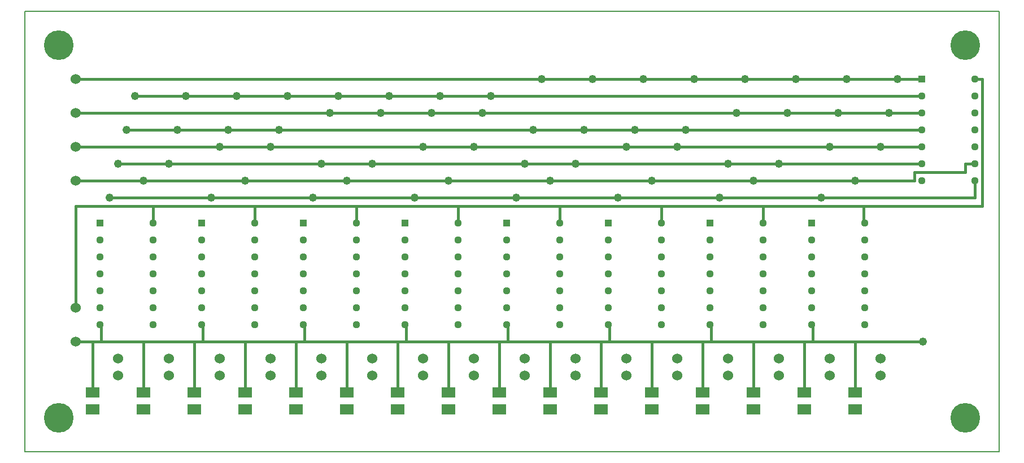
<source format=gbr>
G04 DesignSpark PCB Gerber Version 9.0 Build 5115 *
G04 #@! TF.Part,Single*
G04 #@! TF.FileFunction,Copper,L1,Top *
G04 #@! TF.FilePolarity,Positive *
%FSLAX35Y35*%
%MOIN*%
G04 #@! TA.AperFunction,ComponentPad*
%ADD18R,0.04449X0.04449*%
G04 #@! TD.AperFunction*
%ADD12C,0.00500*%
%ADD14C,0.01500*%
G04 #@! TA.AperFunction,ComponentPad*
%ADD19C,0.04449*%
G04 #@! TA.AperFunction,ViaPad*
%ADD15C,0.04800*%
G04 #@! TA.AperFunction,WasherPad*
%ADD16C,0.06000*%
%ADD17C,0.17500*%
G04 #@! TA.AperFunction,ComponentPad*
%ADD70R,0.08000X0.06000*%
X0Y0D02*
D02*
D12*
X250Y250D02*
X575250D01*
Y260250*
X250*
Y250*
D02*
D14*
X30250Y160250D02*
X70250D01*
X30250Y180250D02*
X115250D01*
X30250Y200250D02*
X180250D01*
X30250Y220250D02*
X305250D01*
X40250Y65250D02*
Y35250D01*
X45250Y65250D02*
Y74620D01*
X44620Y75250*
X45250Y65250D02*
X30250D01*
X50250Y150250D02*
X110250D01*
X55250Y170250D02*
X85250D01*
X60250Y190250D02*
X90250D01*
X70250Y35250D02*
Y65250D01*
X45250*
X70250Y160250D02*
X130250D01*
X75880Y135250D02*
Y145250D01*
X30250*
Y85250*
X75880Y145250D02*
X135880D01*
X85250Y170250D02*
X175250D01*
X90250Y190250D02*
X120250D01*
X95250Y210250D02*
X65250D01*
X100250Y65250D02*
Y35250D01*
Y65250D02*
X70250D01*
X105250D02*
Y74620D01*
X104620Y75250*
X105250Y65250D02*
X100250D01*
X110250Y150250D02*
X170250D01*
X115250Y180250D02*
X145250D01*
X120250Y190250D02*
X150250D01*
X125250Y210250D02*
X95250D01*
X130250Y65250D02*
Y35250D01*
Y65250D02*
X105250D01*
X130250Y160250D02*
X190250D01*
X135880Y135250D02*
Y145250D01*
X195880*
X145250Y180250D02*
X235250D01*
X150250Y190250D02*
X300250D01*
X155250Y210250D02*
X125250D01*
X160250Y65250D02*
Y35250D01*
Y65250D02*
X130250D01*
X165250D02*
Y74620D01*
X164620Y75250*
X165250Y65250D02*
X160250D01*
X170250Y150250D02*
X230250D01*
X175250Y170250D02*
X205250D01*
X180250Y200250D02*
X210250D01*
X185250Y210250D02*
X155250D01*
X190250Y65250D02*
Y35250D01*
Y65250D02*
X165250D01*
X190250Y160250D02*
X250250D01*
X195880Y135250D02*
Y145250D01*
X255880*
X205250Y170250D02*
X295250D01*
X210250Y200250D02*
X240250D01*
X215250Y210250D02*
X185250D01*
X220250Y65250D02*
Y35250D01*
Y65250D02*
X190250D01*
X225250D02*
Y74620D01*
X224620Y75250*
X225250Y65250D02*
X220250D01*
X230250Y150250D02*
X290250D01*
X235250Y180250D02*
X265250D01*
X240250Y200250D02*
X270250D01*
X245250Y210250D02*
X215250D01*
X250250Y65250D02*
Y35250D01*
Y65250D02*
X225250D01*
X250250Y160250D02*
X310250D01*
X255880Y135250D02*
Y145250D01*
X315880*
X265250Y180250D02*
X355250D01*
X270250Y200250D02*
X420250D01*
X275250Y210250D02*
X245250D01*
X280250Y65250D02*
Y35250D01*
Y65250D02*
X250250D01*
X285250D02*
Y74620D01*
X284620Y75250*
X285250Y65250D02*
X280250D01*
X290250Y150250D02*
X350250D01*
X295250Y170250D02*
X325250D01*
X300250Y190250D02*
X330250D01*
X310250Y65250D02*
Y35250D01*
Y65250D02*
X285250D01*
X310250Y160250D02*
X370250D01*
X315880Y135250D02*
Y145250D01*
X375880*
X325250Y170250D02*
X415250D01*
X330250Y190250D02*
X360250D01*
X335250Y220250D02*
X305250D01*
X340250Y65250D02*
Y35250D01*
Y65250D02*
X310250D01*
X345250D02*
Y74620D01*
X344620Y75250*
X345250Y65250D02*
X340250D01*
X350250Y150250D02*
X410250D01*
X355250Y180250D02*
X385250D01*
X360250Y190250D02*
X390250D01*
X365250Y220250D02*
X335250D01*
X365250D02*
X395250D01*
X370250Y65250D02*
Y35250D01*
Y65250D02*
X345250D01*
X370250Y160250D02*
X430250D01*
X375880Y135250D02*
Y145250D01*
X435880*
X385250Y180250D02*
X475250D01*
X390250Y190250D02*
X529620D01*
X395250Y220250D02*
X425250D01*
X400250Y65250D02*
Y35250D01*
Y65250D02*
X370250D01*
X405250D02*
Y74620D01*
X404620Y75250*
X405250Y65250D02*
X400250D01*
X410250Y150250D02*
X470250D01*
X415250Y170250D02*
X445250D01*
X420250Y200250D02*
X450250D01*
X430250Y65250D02*
Y35250D01*
Y65250D02*
X405250D01*
X430250Y160250D02*
X490250D01*
X435880Y135250D02*
Y145250D01*
X495250*
X445250Y170250D02*
X529620D01*
X450250Y200250D02*
X480250D01*
X455250Y220250D02*
X425250D01*
X460250Y65250D02*
Y35250D01*
Y65250D02*
X430250D01*
X464620Y75250D02*
X465250Y74620D01*
Y65250*
X490250*
X465250D02*
X460250D01*
X470250Y150250D02*
X560880D01*
Y160250*
X475250Y180250D02*
X505250D01*
X480250Y200250D02*
X510250D01*
X485250Y220250D02*
X455250D01*
X490250Y65250D02*
Y35250D01*
Y65250D02*
X530250D01*
X490250Y160250D02*
X525250D01*
Y165250*
X555250*
Y170250*
X560880*
X495250Y145250D02*
X565250D01*
Y220250*
X560880*
X495250Y145250D02*
Y135880D01*
X495880Y135250*
X505250Y180250D02*
X529620D01*
X510250Y200250D02*
X529620D01*
X515250Y220250D02*
X529620D01*
X515250D02*
X485250D01*
X529620Y210250D02*
X275250D01*
D02*
D15*
X50250Y150250D03*
X55250Y170250D03*
X60250Y190250D03*
X65250Y210250D03*
X70250Y160250D03*
X85250Y170250D03*
X90250Y190250D03*
X95250Y210250D03*
X110250Y150250D03*
X115250Y180250D03*
X120250Y190250D03*
X125250Y210250D03*
X130250Y160250D03*
X145250Y180250D03*
X150250Y190250D03*
X155250Y210250D03*
X170250Y150250D03*
X175250Y170250D03*
X180250Y200250D03*
X185250Y210250D03*
X190250Y160250D03*
X205250Y170250D03*
X210250Y200250D03*
X215250Y210250D03*
X230250Y150250D03*
X235250Y180250D03*
X240250Y200250D03*
X245250Y210250D03*
X250250Y160250D03*
X265250Y180250D03*
X270250Y200250D03*
X275250Y210250D03*
X290250Y150250D03*
X295250Y170250D03*
X300250Y190250D03*
X305250Y220250D03*
X310250Y160250D03*
X325250Y170250D03*
X330250Y190250D03*
X335250Y220250D03*
X350250Y150250D03*
X355250Y180250D03*
X360250Y190250D03*
X365250Y220250D03*
X370250Y160250D03*
X385250Y180250D03*
X390250Y190250D03*
X395250Y220250D03*
X410250Y150250D03*
X415250Y170250D03*
X420250Y200250D03*
X425250Y220250D03*
X430250Y160250D03*
X445250Y170250D03*
X450250Y200250D03*
X455250Y220250D03*
X470250Y150250D03*
X475250Y180250D03*
X480250Y200250D03*
X485250Y220250D03*
X490250Y160250D03*
X505250Y180250D03*
X510250Y200250D03*
X515250Y220250D03*
X530250Y65250D03*
D02*
D16*
X30250D03*
Y85250D03*
Y160250D03*
Y180250D03*
Y200250D03*
Y220250D03*
X55250Y45250D03*
Y55250D03*
X85250Y45250D03*
Y55250D03*
X115250Y45250D03*
Y55250D03*
X145250Y45250D03*
Y55250D03*
X175250Y45250D03*
Y55250D03*
X205250Y45250D03*
Y55250D03*
X235250Y45250D03*
Y55250D03*
X265250Y45250D03*
Y55250D03*
X295250Y45250D03*
Y55250D03*
X325250Y45250D03*
Y55250D03*
X355250Y45250D03*
Y55250D03*
X385250Y45250D03*
Y55250D03*
X415250Y45250D03*
Y55250D03*
X445250Y45250D03*
Y55250D03*
X475250Y45250D03*
Y55250D03*
X505250Y45250D03*
Y55250D03*
D02*
D17*
X20250Y20250D03*
Y240250D03*
X555250Y20250D03*
Y240250D03*
D02*
D18*
X44620Y135250D03*
X104620D03*
X164620D03*
X224620D03*
X284620D03*
X344620D03*
X404620D03*
X464620D03*
X529620Y220250D03*
D02*
D19*
X44620Y75250D03*
Y85250D03*
Y95250D03*
Y105250D03*
Y115250D03*
Y125250D03*
X75880Y75250D03*
Y85250D03*
Y95250D03*
Y105250D03*
Y115250D03*
Y125250D03*
Y135250D03*
X104620Y75250D03*
Y85250D03*
Y95250D03*
Y105250D03*
Y115250D03*
Y125250D03*
X135880Y75250D03*
Y85250D03*
Y95250D03*
Y105250D03*
Y115250D03*
Y125250D03*
Y135250D03*
X164620Y75250D03*
Y85250D03*
Y95250D03*
Y105250D03*
Y115250D03*
Y125250D03*
X195880Y75250D03*
Y85250D03*
Y95250D03*
Y105250D03*
Y115250D03*
Y125250D03*
Y135250D03*
X224620Y75250D03*
Y85250D03*
Y95250D03*
Y105250D03*
Y115250D03*
Y125250D03*
X255880Y75250D03*
Y85250D03*
Y95250D03*
Y105250D03*
Y115250D03*
Y125250D03*
Y135250D03*
X284620Y75250D03*
Y85250D03*
Y95250D03*
Y105250D03*
Y115250D03*
Y125250D03*
X315880Y75250D03*
Y85250D03*
Y95250D03*
Y105250D03*
Y115250D03*
Y125250D03*
Y135250D03*
X344620Y75250D03*
Y85250D03*
Y95250D03*
Y105250D03*
Y115250D03*
Y125250D03*
X375880Y75250D03*
Y85250D03*
Y95250D03*
Y105250D03*
Y115250D03*
Y125250D03*
Y135250D03*
X404620Y75250D03*
Y85250D03*
Y95250D03*
Y105250D03*
Y115250D03*
Y125250D03*
X435880Y75250D03*
Y85250D03*
Y95250D03*
Y105250D03*
Y115250D03*
Y125250D03*
Y135250D03*
X464620Y75250D03*
Y85250D03*
Y95250D03*
Y105250D03*
Y115250D03*
Y125250D03*
X495880Y75250D03*
Y85250D03*
Y95250D03*
Y105250D03*
Y115250D03*
Y125250D03*
Y135250D03*
X529620Y160250D03*
Y170250D03*
Y180250D03*
Y190250D03*
Y200250D03*
Y210250D03*
X560880Y160250D03*
Y170250D03*
Y180250D03*
Y190250D03*
Y200250D03*
Y210250D03*
Y220250D03*
D02*
D70*
X40250Y25250D03*
Y35250D03*
X70250Y25250D03*
Y35250D03*
X100250Y25250D03*
Y35250D03*
X130250Y25250D03*
Y35250D03*
X160250Y25250D03*
Y35250D03*
X190250Y25250D03*
Y35250D03*
X220250Y25250D03*
Y35250D03*
X250250Y25250D03*
Y35250D03*
X280250Y25250D03*
Y35250D03*
X310250Y25250D03*
Y35250D03*
X340250Y25250D03*
Y35250D03*
X370250Y25250D03*
Y35250D03*
X400250Y25250D03*
Y35250D03*
X430250Y25250D03*
Y35250D03*
X460250Y25250D03*
Y35250D03*
X490250Y25250D03*
Y35250D03*
X0Y0D02*
M02*

</source>
